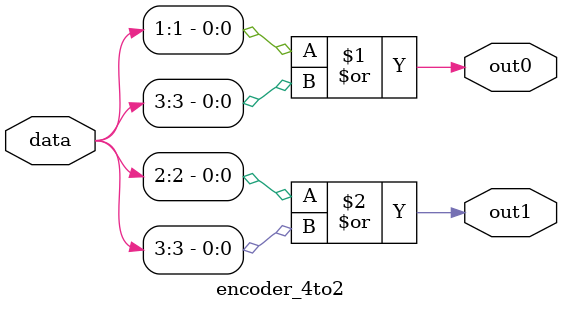
<source format=v>

module encoder_4to2(data,out0,out1);
	input [3:0] data;
	output out0, out1;
	
	assign out0 = data[1] | data[3];
	assign out1 = data[2] | data[3];
	
endmodule

</source>
